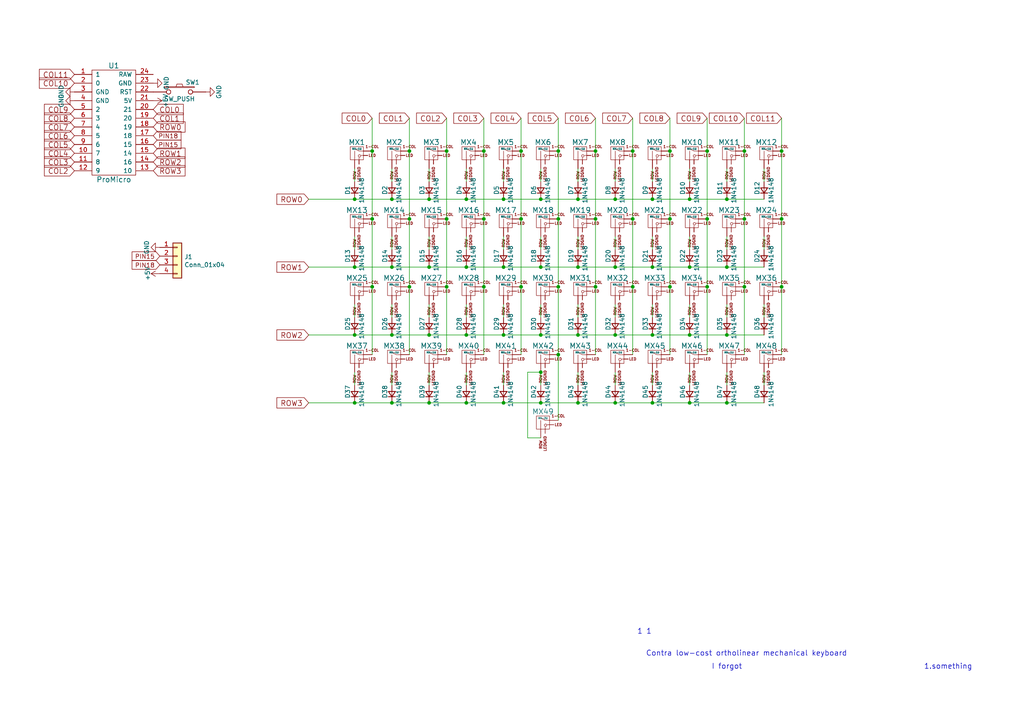
<source format=kicad_sch>
(kicad_sch (version 20230121) (generator eeschema)
  (paper "A4")
  (lib_symbols
    (symbol "Connector_Generic:Conn_01x04" (pin_names (offset 1.016) hide)
      (property "Reference" "J" (at 0 5.08 0))
      (property "Value" "Conn_01x04" (at 0 -7.62 0))
      (symbol "Conn_01x04_1_1"
        (pin passive line (at -5.08 2.54 0) (length 3.81) (name "Pin_1") (number "1"))
        (pin passive line (at -5.08 0 0) (length 3.81) (name "Pin_2") (number "2"))
        (pin passive line (at -5.08 -2.54 0) (length 3.81) (name "Pin_3") (number "3"))
        (pin passive line (at -5.08 -5.08 0) (length 3.81) (name "Pin_4") (number "4"))
      )
    )
    (symbol "Contra-rescue:MX-1U-MX_Alps_Hybrids" (pin_names (offset 1.016))
      (property "Reference" "MX" (at 0 3.175 0))
      (property "Value" "MX_Alps_Hybrids:MX-1U" (at 0 1.27 0))
      (symbol "MX-1U-MX_Alps_Hybrids_0_0"
        (text "1-COL" (at 4.445 1.905 0) (effects (font (size 0.762 0.762))))
        (text "LED" (at 4.445 -0.635 0) (effects (font (size 0.762 0.762))))
        (text "ROW" (at -0.635 -5.08 900) (effects (font (size 0.762 0.762)) (justify right)))
      )
      (symbol "MX-1U-MX_Alps_Hybrids_1_0"
        (text "LEDGND" (at 0.635 -3.81 900) (effects (font (size 0.762 0.762)) (justify right)))
      )
      (symbol "MX-1U-MX_Alps_Hybrids_1_1"
        (pin passive line (at 4.445 0.635 180) (length 2.54) (name "COL") (number "1"))
        (pin passive line (at -0.635 -4.445 90) (length 2.54) (name "ROW") (number "2"))
        (pin passive line (at 3.175 -0.635 180) (length 1.27) (name "LED") (number "3"))
        (pin passive line (at 0.635 -3.175 90) (length 1.27) (name "LEDGND") (number "4"))
      )
    )
    (symbol "Contra-rescue:MX-2U-MX_Alps_Hybrids" (pin_names (offset 1.016))
      (property "Reference" "MX" (at 0 3.175 0))
      (property "Value" "MX_Alps_Hybrids:MX-2U" (at 0 1.27 0))
      (symbol "MX-2U-MX_Alps_Hybrids_0_0"
        (text "1-COL" (at 4.445 1.905 0) (effects (font (size 0.762 0.762))))
        (text "LED" (at 4.445 -0.635 0) (effects (font (size 0.762 0.762))))
        (text "ROW" (at -0.635 -5.08 900) (effects (font (size 0.762 0.762)) (justify right)))
      )
      (symbol "MX-2U-MX_Alps_Hybrids_1_0"
        (text "LEDGND" (at 0.635 -3.81 900) (effects (font (size 0.762 0.762)) (justify right)))
      )
      (symbol "MX-2U-MX_Alps_Hybrids_1_1"
        (pin passive line (at 4.445 0.635 180) (length 2.54) (name "COL") (number "1"))
        (pin passive line (at -0.635 -4.445 90) (length 2.54) (name "ROW") (number "2"))
        (pin passive line (at 3.175 -0.635 180) (length 1.27) (name "LED") (number "3"))
        (pin passive line (at 0.635 -3.175 90) (length 1.27) (name "LEDGND") (number "4"))
      )
    )
    (symbol "Contra-rescue:SW_PUSH-keyboard_parts" (pin_numbers hide) (pin_names (offset 1.016) hide)
      (property "Reference" "SW" (at 3.81 2.794 0))
      (property "Value" "keyboard_parts:SW_PUSH" (at 0 -2.032 0))
      (symbol "SW_PUSH-keyboard_parts_0_1"
        (pin passive inverted (at -7.62 0 0) (length 5.08) (name "1") (number "1"))
        (pin passive inverted (at 7.62 0 180) (length 5.08) (name "2") (number "2"))
      )
    )
    (symbol "Device:D_Small" (pin_numbers hide) (pin_names (offset 0.254) hide)
      (property "Reference" "D" (at -1.27 2.032 0))
      (property "Value" "D_Small" (at -3.81 -2.032 0))
      (symbol "D_Small_1_1"
        (pin passive line (at -2.54 0 0) (length 1.778) (name "K") (number "1"))
        (pin passive line (at 2.54 0 180) (length 1.778) (name "A") (number "2"))
      )
    )
    (symbol "josh:ProMicro" (pin_names (offset 1.016))
      (property "Reference" "U" (at 0 26.67 0))
      (property "Value" "ProMicro" (at 0 -6.35 0))
      (symbol "ProMicro_1_1"
        (pin input line (at -11.43 24.13 0) (length 5.08) (name "1") (number "1"))
        (pin input line (at -11.43 1.27 0) (length 5.08) (name "7") (number "10"))
        (pin input line (at -11.43 -1.27 0) (length 5.08) (name "8") (number "11"))
        (pin input line (at -11.43 -3.81 0) (length 5.08) (name "9") (number "12"))
        (pin input line (at 11.43 -3.81 180) (length 5.08) (name "10") (number "13"))
        (pin input line (at 11.43 -1.27 180) (length 5.08) (name "16") (number "14"))
        (pin input line (at 11.43 1.27 180) (length 5.08) (name "14") (number "15"))
        (pin input line (at 11.43 3.81 180) (length 5.08) (name "15") (number "16"))
        (pin input line (at 11.43 6.35 180) (length 5.08) (name "18") (number "17"))
        (pin input line (at 11.43 8.89 180) (length 5.08) (name "19") (number "18"))
        (pin input line (at 11.43 11.43 180) (length 5.08) (name "20") (number "19"))
        (pin input line (at -11.43 21.59 0) (length 5.08) (name "0") (number "2"))
        (pin input line (at 11.43 13.97 180) (length 5.08) (name "21") (number "20"))
        (pin input line (at 11.43 16.51 180) (length 5.08) (name "5V") (number "21"))
        (pin input line (at 11.43 19.05 180) (length 5.08) (name "RST") (number "22"))
        (pin input line (at 11.43 21.59 180) (length 5.08) (name "GND") (number "23"))
        (pin input line (at 11.43 24.13 180) (length 5.08) (name "RAW") (number "24"))
        (pin input line (at -11.43 19.05 0) (length 5.08) (name "GND") (number "3"))
        (pin input line (at -11.43 16.51 0) (length 5.08) (name "GND") (number "4"))
        (pin input line (at -11.43 13.97 0) (length 5.08) (name "2") (number "5"))
        (pin input line (at -11.43 11.43 0) (length 5.08) (name "3") (number "6"))
        (pin input line (at -11.43 8.89 0) (length 5.08) (name "4") (number "7"))
        (pin input line (at -11.43 6.35 0) (length 5.08) (name "5") (number "8"))
        (pin input line (at -11.43 3.81 0) (length 5.08) (name "6") (number "9"))
      )
    )
    (symbol "power:+5V" (power) (pin_names (offset 0))
      (property "Value" "+5V" (at 0 3.556 0))
      (symbol "+5V_1_1"
        (pin power_in line (at 0 0 90) (length 0) hide (name "+5V") (number "1"))
      )
    )
    (symbol "power:GND" (power) (pin_names (offset 0))
      (property "Value" "GND" (at 0 -3.81 0))
      (symbol "GND_1_1"
        (pin power_in line (at 0 0 270) (length 0) hide (name "GND") (number "1"))
      )
    )
  )
  (junction (at 194.31 43.815))
  (junction (at 135.255 57.785))
  (junction (at 215.9 43.815))
  (junction (at 183.515 83.185))
  (junction (at 189.23 116.84))
  (junction (at 102.87 116.84))
  (junction (at 167.64 97.155))
  (junction (at 102.87 97.155))
  (junction (at 215.9 83.185))
  (junction (at 113.665 77.47))
  (junction (at 205.105 63.5))
  (junction (at 113.665 57.785))
  (junction (at 161.925 63.5))
  (junction (at 226.695 43.815))
  (junction (at 140.335 43.815))
  (junction (at 194.31 83.185))
  (junction (at 167.64 77.47))
  (junction (at 226.695 83.185))
  (junction (at 118.745 63.5))
  (junction (at 135.255 116.84))
  (junction (at 151.13 43.815))
  (junction (at 161.925 102.87))
  (junction (at 146.05 57.785))
  (junction (at 210.82 77.47))
  (junction (at 183.515 43.815))
  (junction (at 156.845 77.47))
  (junction (at 189.23 77.47))
  (junction (at 161.925 43.815))
  (junction (at 135.255 77.47))
  (junction (at 129.54 83.185))
  (junction (at 151.13 63.5))
  (junction (at 129.54 43.815))
  (junction (at 200.025 97.155))
  (junction (at 156.845 57.785))
  (junction (at 124.46 116.84))
  (junction (at 189.23 97.155))
  (junction (at 178.435 97.155))
  (junction (at 156.845 116.84))
  (junction (at 205.105 83.185))
  (junction (at 113.665 97.155))
  (junction (at 124.46 77.47))
  (junction (at 156.845 97.155))
  (junction (at 146.05 116.84))
  (junction (at 118.745 83.185))
  (junction (at 167.64 116.84))
  (junction (at 146.05 77.47))
  (junction (at 200.025 116.84))
  (junction (at 210.82 97.155))
  (junction (at 172.72 63.5))
  (junction (at 135.255 97.155))
  (junction (at 118.745 43.815))
  (junction (at 226.695 63.5))
  (junction (at 140.335 63.5))
  (junction (at 200.025 77.47))
  (junction (at 178.435 57.785))
  (junction (at 194.31 63.5))
  (junction (at 129.54 63.5))
  (junction (at 210.82 116.84))
  (junction (at 102.87 77.47))
  (junction (at 140.335 83.185))
  (junction (at 107.95 83.185))
  (junction (at 172.72 83.185))
  (junction (at 178.435 77.47))
  (junction (at 113.665 116.84))
  (junction (at 124.46 97.155))
  (junction (at 102.87 57.785))
  (junction (at 205.105 43.815))
  (junction (at 167.64 57.785))
  (junction (at 200.025 57.785))
  (junction (at 124.46 57.785))
  (junction (at 107.95 43.815))
  (junction (at 161.925 83.185))
  (junction (at 107.95 63.5))
  (junction (at 178.435 116.84))
  (junction (at 151.13 83.185))
  (junction (at 210.82 57.785))
  (junction (at 215.9 63.5))
  (junction (at 172.72 43.815))
  (junction (at 156.845 107.95))
  (junction (at 189.23 57.785))
  (junction (at 146.05 97.155))
  (junction (at 183.515 63.5))
  (wire (pts (xy 215.9 43.815) (xy 215.9 63.5)))
  (wire (pts (xy 89.535 116.84) (xy 102.87 116.84)))
  (wire (pts (xy 172.72 34.29) (xy 172.72 43.815)))
  (wire (pts (xy 210.82 97.155) (xy 221.615 97.155)))
  (wire (pts (xy 107.95 63.5) (xy 107.95 83.185)))
  (wire (pts (xy 194.31 83.185) (xy 194.31 102.87)))
  (wire (pts (xy 183.515 63.5) (xy 183.515 83.185)))
  (wire (pts (xy 113.665 68.58) (xy 113.665 72.39)))
  (wire (pts (xy 156.845 68.58) (xy 156.845 72.39)))
  (wire (pts (xy 151.13 83.185) (xy 151.13 102.87)))
  (wire (pts (xy 140.335 34.29) (xy 140.335 43.815)))
  (wire (pts (xy 124.46 88.265) (xy 124.46 92.075)))
  (wire (pts (xy 118.745 34.29) (xy 118.745 43.815)))
  (wire (pts (xy 200.025 57.785) (xy 210.82 57.785)))
  (wire (pts (xy 189.23 97.155) (xy 200.025 97.155)))
  (wire (pts (xy 221.615 48.895) (xy 221.615 52.705)))
  (wire (pts (xy 156.845 88.265) (xy 156.845 92.075)))
  (wire (pts (xy 226.695 63.5) (xy 226.695 83.185)))
  (wire (pts (xy 118.745 83.185) (xy 118.745 102.87)))
  (wire (pts (xy 113.665 97.155) (xy 124.46 97.155)))
  (wire (pts (xy 129.54 63.5) (xy 129.54 83.185)))
  (wire (pts (xy 129.54 83.185) (xy 129.54 102.87)))
  (wire (pts (xy 189.23 48.895) (xy 189.23 52.705)))
  (wire (pts (xy 210.82 57.785) (xy 221.615 57.785)))
  (wire (pts (xy 129.54 34.29) (xy 129.54 43.815)))
  (wire (pts (xy 167.64 107.95) (xy 167.64 111.76)))
  (wire (pts (xy 102.87 48.895) (xy 102.87 52.705)))
  (wire (pts (xy 178.435 48.895) (xy 178.435 52.705)))
  (wire (pts (xy 221.615 107.95) (xy 221.615 111.76)))
  (wire (pts (xy 113.665 107.95) (xy 113.665 111.76)))
  (wire (pts (xy 221.615 88.265) (xy 221.615 92.075)))
  (wire (pts (xy 189.23 57.785) (xy 200.025 57.785)))
  (wire (pts (xy 129.54 43.815) (xy 129.54 63.5)))
  (wire (pts (xy 151.13 43.815) (xy 151.13 63.5)))
  (wire (pts (xy 210.82 116.84) (xy 221.615 116.84)))
  (wire (pts (xy 156.845 77.47) (xy 167.64 77.47)))
  (wire (pts (xy 135.255 107.95) (xy 135.255 111.76)))
  (wire (pts (xy 118.745 63.5) (xy 118.745 83.185)))
  (wire (pts (xy 161.925 102.87) (xy 161.925 121.92)))
  (wire (pts (xy 146.05 48.895) (xy 146.05 52.705)))
  (wire (pts (xy 102.87 68.58) (xy 102.87 72.39)))
  (wire (pts (xy 146.05 68.58) (xy 146.05 72.39)))
  (wire (pts (xy 167.64 116.84) (xy 178.435 116.84)))
  (wire (pts (xy 205.105 63.5) (xy 205.105 83.185)))
  (wire (pts (xy 215.9 34.29) (xy 215.9 43.815)))
  (wire (pts (xy 124.46 97.155) (xy 135.255 97.155)))
  (wire (pts (xy 146.05 97.155) (xy 156.845 97.155)))
  (wire (pts (xy 161.925 63.5) (xy 161.925 83.185)))
  (wire (pts (xy 161.925 43.815) (xy 161.925 63.5)))
  (wire (pts (xy 135.255 88.265) (xy 135.255 92.075)))
  (wire (pts (xy 113.665 48.895) (xy 113.665 52.705)))
  (wire (pts (xy 146.05 116.84) (xy 156.845 116.84)))
  (wire (pts (xy 178.435 77.47) (xy 189.23 77.47)))
  (wire (pts (xy 210.82 68.58) (xy 210.82 72.39)))
  (wire (pts (xy 135.255 77.47) (xy 146.05 77.47)))
  (wire (pts (xy 151.13 63.5) (xy 151.13 83.185)))
  (wire (pts (xy 200.025 48.895) (xy 200.025 52.705)))
  (wire (pts (xy 135.255 116.84) (xy 146.05 116.84)))
  (wire (pts (xy 135.255 68.58) (xy 135.255 72.39)))
  (wire (pts (xy 102.87 107.95) (xy 102.87 111.76)))
  (wire (pts (xy 146.05 77.47) (xy 156.845 77.47)))
  (wire (pts (xy 102.87 57.785) (xy 113.665 57.785)))
  (wire (pts (xy 113.665 57.785) (xy 124.46 57.785)))
  (wire (pts (xy 167.64 77.47) (xy 178.435 77.47)))
  (wire (pts (xy 118.745 43.815) (xy 118.745 63.5)))
  (wire (pts (xy 221.615 68.58) (xy 221.615 72.39)))
  (wire (pts (xy 178.435 88.265) (xy 178.435 92.075)))
  (wire (pts (xy 156.845 48.895) (xy 156.845 52.705)))
  (wire (pts (xy 200.025 107.95) (xy 200.025 111.76)))
  (wire (pts (xy 194.31 43.815) (xy 194.31 63.5)))
  (wire (pts (xy 156.845 116.84) (xy 167.64 116.84)))
  (wire (pts (xy 210.82 77.47) (xy 221.615 77.47)))
  (wire (pts (xy 161.925 34.29) (xy 161.925 43.815)))
  (wire (pts (xy 156.845 97.155) (xy 167.64 97.155)))
  (wire (pts (xy 135.255 97.155) (xy 146.05 97.155)))
  (wire (pts (xy 113.665 77.47) (xy 124.46 77.47)))
  (wire (pts (xy 189.23 88.265) (xy 189.23 92.075)))
  (wire (pts (xy 205.105 83.185) (xy 205.105 102.87)))
  (wire (pts (xy 200.025 116.84) (xy 210.82 116.84)))
  (wire (pts (xy 156.845 57.785) (xy 167.64 57.785)))
  (wire (pts (xy 113.665 88.265) (xy 113.665 92.075)))
  (wire (pts (xy 124.46 57.785) (xy 135.255 57.785)))
  (wire (pts (xy 167.64 97.155) (xy 178.435 97.155)))
  (wire (pts (xy 107.95 34.29) (xy 107.95 43.815)))
  (wire (pts (xy 107.95 83.185) (xy 107.95 102.87)))
  (wire (pts (xy 146.05 57.785) (xy 156.845 57.785)))
  (wire (pts (xy 200.025 77.47) (xy 210.82 77.47)))
  (wire (pts (xy 210.82 107.95) (xy 210.82 111.76)))
  (wire (pts (xy 215.9 63.5) (xy 215.9 83.185)))
  (wire (pts (xy 124.46 48.895) (xy 124.46 52.705)))
  (wire (pts (xy 172.72 43.815) (xy 172.72 63.5)))
  (wire (pts (xy 167.64 68.58) (xy 167.64 72.39)))
  (wire (pts (xy 189.23 116.84) (xy 200.025 116.84)))
  (wire (pts (xy 200.025 88.265) (xy 200.025 92.075)))
  (wire (pts (xy 153.035 127) (xy 156.845 127)))
  (wire (pts (xy 167.64 57.785) (xy 178.435 57.785)))
  (wire (pts (xy 194.31 63.5) (xy 194.31 83.185)))
  (wire (pts (xy 156.845 107.95) (xy 156.845 111.76)))
  (wire (pts (xy 178.435 57.785) (xy 189.23 57.785)))
  (wire (pts (xy 178.435 97.155) (xy 189.23 97.155)))
  (wire (pts (xy 200.025 97.155) (xy 210.82 97.155)))
  (wire (pts (xy 135.255 57.785) (xy 146.05 57.785)))
  (wire (pts (xy 167.64 48.895) (xy 167.64 52.705)))
  (wire (pts (xy 172.72 63.5) (xy 172.72 83.185)))
  (wire (pts (xy 167.64 88.265) (xy 167.64 92.075)))
  (wire (pts (xy 189.23 107.95) (xy 189.23 111.76)))
  (wire (pts (xy 146.05 88.265) (xy 146.05 92.075)))
  (wire (pts (xy 124.46 68.58) (xy 124.46 72.39)))
  (wire (pts (xy 124.46 77.47) (xy 135.255 77.47)))
  (wire (pts (xy 89.535 57.785) (xy 102.87 57.785)))
  (wire (pts (xy 172.72 83.185) (xy 172.72 102.87)))
  (wire (pts (xy 178.435 68.58) (xy 178.435 72.39)))
  (wire (pts (xy 102.87 77.47) (xy 113.665 77.47)))
  (wire (pts (xy 210.82 48.895) (xy 210.82 52.705)))
  (wire (pts (xy 183.515 43.815) (xy 183.515 63.5)))
  (wire (pts (xy 178.435 107.95) (xy 178.435 111.76)))
  (wire (pts (xy 107.95 43.815) (xy 107.95 63.5)))
  (wire (pts (xy 140.335 43.815) (xy 140.335 63.5)))
  (wire (pts (xy 205.105 34.29) (xy 205.105 43.815)))
  (wire (pts (xy 89.535 77.47) (xy 102.87 77.47)))
  (wire (pts (xy 135.255 48.895) (xy 135.255 52.705)))
  (wire (pts (xy 178.435 116.84) (xy 189.23 116.84)))
  (wire (pts (xy 124.46 116.84) (xy 135.255 116.84)))
  (wire (pts (xy 102.87 88.265) (xy 102.87 92.075)))
  (wire (pts (xy 161.925 83.185) (xy 161.925 102.87)))
  (wire (pts (xy 153.035 107.95) (xy 153.035 127)))
  (wire (pts (xy 183.515 34.29) (xy 183.515 43.815)))
  (wire (pts (xy 151.13 34.29) (xy 151.13 43.815)))
  (wire (pts (xy 226.695 43.815) (xy 226.695 63.5)))
  (wire (pts (xy 210.82 88.265) (xy 210.82 92.075)))
  (wire (pts (xy 189.23 68.58) (xy 189.23 72.39)))
  (wire (pts (xy 146.05 107.95) (xy 146.05 111.76)))
  (wire (pts (xy 194.31 34.29) (xy 194.31 43.815)))
  (wire (pts (xy 102.87 116.84) (xy 113.665 116.84)))
  (wire (pts (xy 140.335 83.185) (xy 140.335 102.87)))
  (wire (pts (xy 89.535 97.155) (xy 102.87 97.155)))
  (wire (pts (xy 102.87 97.155) (xy 113.665 97.155)))
  (wire (pts (xy 156.845 107.95) (xy 153.035 107.95)))
  (wire (pts (xy 113.665 116.84) (xy 124.46 116.84)))
  (wire (pts (xy 226.695 34.29) (xy 226.695 43.815)))
  (wire (pts (xy 189.23 77.47) (xy 200.025 77.47)))
  (wire (pts (xy 200.025 68.58) (xy 200.025 72.39)))
  (wire (pts (xy 140.335 63.5) (xy 140.335 83.185)))
  (wire (pts (xy 226.695 83.185) (xy 226.695 102.87)))
  (wire (pts (xy 183.515 83.185) (xy 183.515 102.87)))
  (wire (pts (xy 124.46 107.95) (xy 124.46 111.76)))
  (wire (pts (xy 205.105 43.815) (xy 205.105 63.5)))
  (wire (pts (xy 215.9 83.185) (xy 215.9 102.87)))
  (text "Contra low-cost ortholinear mechanical keyboard\n" (at 187.325 190.5 0) (effects (font (size 1.524 1.524)) (justify left bottom)))
  (text "1 1\n" (at 184.785 184.15 0) (effects (font (size 1.524 1.524)) (justify left bottom)))
  (text "1.something\n" (at 267.97 194.31 0) (effects (font (size 1.524 1.524)) (justify left bottom)))
  (text "I forgot" (at 206.375 194.31 0) (effects (font (size 1.524 1.524)) (justify left bottom)))
  (global_label "ROW2" (shape input) (at 89.535 97.155 180) (effects (font (size 1.524 1.524))) (property "Intersheetrefs" "${INTERSHEET_REFS}" (effects hide)))
  (global_label "COL9" (shape input) (at 205.105 34.29 180) (effects (font (size 1.524 1.524))) (property "Intersheetrefs" "${INTERSHEET_REFS}" (effects hide)))
  (global_label "COL1" (shape input) (at 44.45 34.29 0) (effects (font (size 1.524 1.524))) (property "Intersheetrefs" "${INTERSHEET_REFS}" (effects hide)))
  (global_label "ROW0" (shape input) (at 44.45 36.83 0) (effects (font (size 1.524 1.524))) (property "Intersheetrefs" "${INTERSHEET_REFS}" (effects hide)))
  (global_label "COL8" (shape input) (at 194.31 34.29 180) (effects (font (size 1.524 1.524))) (property "Intersheetrefs" "${INTERSHEET_REFS}" (effects hide)))
  (global_label "COL5" (shape input) (at 21.59 41.91 180) (effects (font (size 1.524 1.524))) (property "Intersheetrefs" "${INTERSHEET_REFS}" (effects hide)))
  (global_label "ROW3" (shape input) (at 44.45 49.53 0) (effects (font (size 1.524 1.524))) (property "Intersheetrefs" "${INTERSHEET_REFS}" (effects hide)))
  (global_label "COL3" (shape input) (at 140.335 34.29 180) (effects (font (size 1.524 1.524))) (property "Intersheetrefs" "${INTERSHEET_REFS}" (effects hide)))
  (global_label "ROW1" (shape input) (at 44.45 44.45 0) (effects (font (size 1.524 1.524))) (property "Intersheetrefs" "${INTERSHEET_REFS}" (effects hide)))
  (global_label "COL6" (shape input) (at 21.59 39.37 180) (effects (font (size 1.524 1.524))) (property "Intersheetrefs" "${INTERSHEET_REFS}" (effects hide)))
  (global_label "COL3" (shape input) (at 21.59 46.99 180) (effects (font (size 1.524 1.524))) (property "Intersheetrefs" "${INTERSHEET_REFS}" (effects hide)))
  (global_label "COL4" (shape input) (at 21.59 44.45 180) (effects (font (size 1.524 1.524))) (property "Intersheetrefs" "${INTERSHEET_REFS}" (effects hide)))
  (global_label "ROW3" (shape input) (at 89.535 116.84 180) (effects (font (size 1.524 1.524))) (property "Intersheetrefs" "${INTERSHEET_REFS}" (effects hide)))
  (global_label "COL0" (shape input) (at 44.45 31.75 0) (effects (font (size 1.524 1.524))) (property "Intersheetrefs" "${INTERSHEET_REFS}" (effects hide)))
  (global_label "COL9" (shape input) (at 21.59 31.75 180) (effects (font (size 1.524 1.524))) (property "Intersheetrefs" "${INTERSHEET_REFS}" (effects hide)))
  (global_label "COL11" (shape input) (at 21.59 21.59 180) (effects (font (size 1.524 1.524))) (property "Intersheetrefs" "${INTERSHEET_REFS}" (effects hide)))
  (global_label "PIN18" (shape input) (at 46.355 76.835 180) (property "Intersheetrefs" "${INTERSHEET_REFS}" (effects hide)))
  (global_label "PIN18" (shape input) (at 44.45 39.37 0) (property "Intersheetrefs" "${INTERSHEET_REFS}" (effects hide)))
  (global_label "ROW2" (shape input) (at 44.45 46.99 0) (effects (font (size 1.524 1.524))) (property "Intersheetrefs" "${INTERSHEET_REFS}" (effects hide)))
  (global_label "COL7" (shape input) (at 183.515 34.29 180) (effects (font (size 1.524 1.524))) (property "Intersheetrefs" "${INTERSHEET_REFS}" (effects hide)))
  (global_label "COL6" (shape input) (at 172.72 34.29 180) (effects (font (size 1.524 1.524))) (property "Intersheetrefs" "${INTERSHEET_REFS}" (effects hide)))
  (global_label "ROW0" (shape input) (at 89.535 57.785 180) (effects (font (size 1.524 1.524))) (property "Intersheetrefs" "${INTERSHEET_REFS}" (effects hide)))
  (global_label "PIN15" (shape input) (at 46.355 74.295 180) (property "Intersheetrefs" "${INTERSHEET_REFS}" (effects hide)))
  (global_label "COL2" (shape input) (at 129.54 34.29 180) (effects (font (size 1.524 1.524))) (property "Intersheetrefs" "${INTERSHEET_REFS}" (effects hide)))
  (global_label "COL1" (shape input) (at 118.745 34.29 180) (effects (font (size 1.524 1.524))) (property "Intersheetrefs" "${INTERSHEET_REFS}" (effects hide)))
  (global_label "COL11" (shape input) (at 226.695 34.29 180) (effects (font (size 1.524 1.524))) (property "Intersheetrefs" "${INTERSHEET_REFS}" (effects hide)))
  (global_label "ROW1" (shape input) (at 89.535 77.47 180) (effects (font (size 1.524 1.524))) (property "Intersheetrefs" "${INTERSHEET_REFS}" (effects hide)))
  (global_label "COL2" (shape input) (at 21.59 49.53 180) (effects (font (size 1.524 1.524))) (property "Intersheetrefs" "${INTERSHEET_REFS}" (effects hide)))
  (global_label "COL5" (shape input) (at 161.925 34.29 180) (effects (font (size 1.524 1.524))) (property "Intersheetrefs" "${INTERSHEET_REFS}" (effects hide)))
  (global_label "PIN15" (shape input) (at 44.45 41.91 0) (property "Intersheetrefs" "${INTERSHEET_REFS}" (effects hide)))
  (global_label "COL10" (shape input) (at 215.9 34.29 180) (effects (font (size 1.524 1.524))) (property "Intersheetrefs" "${INTERSHEET_REFS}" (effects hide)))
  (global_label "COL4" (shape input) (at 151.13 34.29 180) (effects (font (size 1.524 1.524))) (property "Intersheetrefs" "${INTERSHEET_REFS}" (effects hide)))
  (global_label "COL7" (shape input) (at 21.59 36.83 180) (effects (font (size 1.524 1.524))) (property "Intersheetrefs" "${INTERSHEET_REFS}" (effects hide)))
  (global_label "COL0" (shape input) (at 107.95 34.29 180) (effects (font (size 1.524 1.524))) (property "Intersheetrefs" "${INTERSHEET_REFS}" (effects hide)))
  (global_label "COL10" (shape input) (at 21.59 24.13 180) (effects (font (size 1.524 1.524))) (property "Intersheetrefs" "${INTERSHEET_REFS}" (effects hide)))
  (global_label "COL8" (shape input) (at 21.59 34.29 180) (effects (font (size 1.524 1.524))) (property "Intersheetrefs" "${INTERSHEET_REFS}" (effects hide)))
  (symbol (lib_id "josh:ProMicro") (at 33.02 45.72 0) (unit 1)
    (property "Reference" "U1" (at 33.02 19.05 0) (effects (font (size 1.524 1.524))))
    (property "Value" "ProMicro" (at 33.02 52.07 0) (effects (font (size 1.524 1.524))))
    (property "Footprint" "locallib:pro_micro" (effects hide))
  )
  (symbol (lib_id "Contra-rescue:MX-1U-MX_Alps_Hybrids") (at 103.505 44.45 0) (unit 1)
    (property "Reference" "MX1" (at 103.505 41.275 0) (effects (font (size 1.524 1.524))))
    (property "Value" "MX-1U" (at 103.505 43.18 0) (effects (font (size 0.508 0.508))))
    (property "Footprint" "MX_Alps_Hybrid:MX-1U-NoLED" (effects hide))
  )
  (symbol (lib_id "Device:D_Small") (at 102.87 55.245 90) (unit 1)
    (property "Reference" "D1" (at 100.838 56.515 0) (effects (justify left)))
    (property "Value" "1N4148" (at 104.902 59.055 0) (effects (justify left)))
    (property "Footprint" "locallib:D_DO-35_SOD27_P7.62mm_Horizontal-DoubleSided" (effects hide))
  )
  (symbol (lib_id "Contra-rescue:MX-1U-MX_Alps_Hybrids") (at 114.3 44.45 0) (unit 1)
    (property "Reference" "MX2" (at 114.3 41.275 0) (effects (font (size 1.524 1.524))))
    (property "Value" "MX-1U" (at 114.3 43.18 0) (effects (font (size 0.508 0.508))))
    (property "Footprint" "MX_Alps_Hybrid:MX-1U-NoLED" (effects hide))
  )
  (symbol (lib_id "Device:D_Small") (at 113.665 55.245 90) (unit 1)
    (property "Reference" "D2" (at 111.633 56.515 0) (effects (justify left)))
    (property "Value" "1N4148" (at 115.697 59.055 0) (effects (justify left)))
    (property "Footprint" "locallib:D_DO-35_SOD27_P7.62mm_Horizontal-DoubleSided" (effects hide))
  )
  (symbol (lib_id "Contra-rescue:MX-1U-MX_Alps_Hybrids") (at 125.095 44.45 0) (unit 1)
    (property "Reference" "MX3" (at 125.095 41.275 0) (effects (font (size 1.524 1.524))))
    (property "Value" "MX-1U" (at 125.095 43.18 0) (effects (font (size 0.508 0.508))))
    (property "Footprint" "MX_Alps_Hybrid:MX-1U-NoLED" (effects hide))
  )
  (symbol (lib_id "Device:D_Small") (at 124.46 55.245 90) (unit 1)
    (property "Reference" "D3" (at 122.428 56.515 0) (effects (justify left)))
    (property "Value" "1N4148" (at 126.492 59.055 0) (effects (justify left)))
    (property "Footprint" "locallib:D_DO-35_SOD27_P7.62mm_Horizontal-DoubleSided" (effects hide))
  )
  (symbol (lib_id "Contra-rescue:MX-1U-MX_Alps_Hybrids") (at 135.89 44.45 0) (unit 1)
    (property "Reference" "MX4" (at 135.89 41.275 0) (effects (font (size 1.524 1.524))))
    (property "Value" "MX-1U" (at 135.89 43.18 0) (effects (font (size 0.508 0.508))))
    (property "Footprint" "MX_Alps_Hybrid:MX-1U-NoLED" (effects hide))
  )
  (symbol (lib_id "Device:D_Small") (at 135.255 55.245 90) (unit 1)
    (property "Reference" "D4" (at 133.223 56.515 0) (effects (justify left)))
    (property "Value" "1N4148" (at 137.287 59.055 0) (effects (justify left)))
    (property "Footprint" "locallib:D_DO-35_SOD27_P7.62mm_Horizontal-DoubleSided" (effects hide))
  )
  (symbol (lib_id "Contra-rescue:MX-1U-MX_Alps_Hybrids") (at 146.685 44.45 0) (unit 1)
    (property "Reference" "MX5" (at 146.685 41.275 0) (effects (font (size 1.524 1.524))))
    (property "Value" "MX-1U" (at 146.685 43.18 0) (effects (font (size 0.508 0.508))))
    (property "Footprint" "MX_Alps_Hybrid:MX-1U-NoLED" (effects hide))
  )
  (symbol (lib_id "Device:D_Small") (at 146.05 55.245 90) (unit 1)
    (property "Reference" "D5" (at 144.018 56.515 0) (effects (justify left)))
    (property "Value" "1N4148" (at 148.082 59.055 0) (effects (justify left)))
    (property "Footprint" "locallib:D_DO-35_SOD27_P7.62mm_Horizontal-DoubleSided" (effects hide))
  )
  (symbol (lib_id "Contra-rescue:MX-1U-MX_Alps_Hybrids") (at 157.48 44.45 0) (unit 1)
    (property "Reference" "MX6" (at 157.48 41.275 0) (effects (font (size 1.524 1.524))))
    (property "Value" "MX-1U" (at 157.48 43.18 0) (effects (font (size 0.508 0.508))))
    (property "Footprint" "MX_Alps_Hybrid:MX-1U-NoLED" (effects hide))
  )
  (symbol (lib_id "Device:D_Small") (at 156.845 55.245 90) (unit 1)
    (property "Reference" "D6" (at 154.813 56.515 0) (effects (justify left)))
    (property "Value" "1N4148" (at 158.877 59.055 0) (effects (justify left)))
    (property "Footprint" "locallib:D_DO-35_SOD27_P7.62mm_Horizontal-DoubleSided" (effects hide))
  )
  (symbol (lib_id "Contra-rescue:MX-1U-MX_Alps_Hybrids") (at 168.275 44.45 0) (unit 1)
    (property "Reference" "MX7" (at 168.275 41.275 0) (effects (font (size 1.524 1.524))))
    (property "Value" "MX-1U" (at 168.275 43.18 0) (effects (font (size 0.508 0.508))))
    (property "Footprint" "MX_Alps_Hybrid:MX-1U-NoLED" (effects hide))
  )
  (symbol (lib_id "Device:D_Small") (at 167.64 55.245 90) (unit 1)
    (property "Reference" "D7" (at 165.608 56.515 0) (effects (justify left)))
    (property "Value" "1N4148" (at 169.672 59.055 0) (effects (justify left)))
    (property "Footprint" "locallib:D_DO-35_SOD27_P7.62mm_Horizontal-DoubleSided" (effects hide))
  )
  (symbol (lib_id "Contra-rescue:MX-1U-MX_Alps_Hybrids") (at 179.07 44.45 0) (unit 1)
    (property "Reference" "MX8" (at 179.07 41.275 0) (effects (font (size 1.524 1.524))))
    (property "Value" "MX-1U" (at 179.07 43.18 0) (effects (font (size 0.508 0.508))))
    (property "Footprint" "MX_Alps_Hybrid:MX-1U-NoLED" (effects hide))
  )
  (symbol (lib_id "Device:D_Small") (at 178.435 55.245 90) (unit 1)
    (property "Reference" "D8" (at 176.403 56.515 0) (effects (justify left)))
    (property "Value" "1N4148" (at 180.467 59.055 0) (effects (justify left)))
    (property "Footprint" "locallib:D_DO-35_SOD27_P7.62mm_Horizontal-DoubleSided" (effects hide))
  )
  (symbol (lib_id "Contra-rescue:MX-1U-MX_Alps_Hybrids") (at 189.865 44.45 0) (unit 1)
    (property "Reference" "MX9" (at 189.865 41.275 0) (effects (font (size 1.524 1.524))))
    (property "Value" "MX-1U" (at 189.865 43.18 0) (effects (font (size 0.508 0.508))))
    (property "Footprint" "MX_Alps_Hybrid:MX-1U-NoLED" (effects hide))
  )
  (symbol (lib_id "Device:D_Small") (at 189.23 55.245 90) (unit 1)
    (property "Reference" "D9" (at 187.198 56.515 0) (effects (justify left)))
    (property "Value" "1N4148" (at 191.262 59.055 0) (effects (justify left)))
    (property "Footprint" "locallib:D_DO-35_SOD27_P7.62mm_Horizontal-DoubleSided" (effects hide))
  )
  (symbol (lib_id "Contra-rescue:MX-1U-MX_Alps_Hybrids") (at 200.66 44.45 0) (unit 1)
    (property "Reference" "MX10" (at 200.66 41.275 0) (effects (font (size 1.524 1.524))))
    (property "Value" "MX-1U" (at 200.66 43.18 0) (effects (font (size 0.508 0.508))))
    (property "Footprint" "MX_Alps_Hybrid:MX-1U-NoLED" (effects hide))
  )
  (symbol (lib_id "Device:D_Small") (at 200.025 55.245 90) (unit 1)
    (property "Reference" "D10" (at 197.993 56.515 0) (effects (justify left)))
    (property "Value" "1N4148" (at 202.057 59.055 0) (effects (justify left)))
    (property "Footprint" "locallib:D_DO-35_SOD27_P7.62mm_Horizontal-DoubleSided" (effects hide))
  )
  (symbol (lib_id "Contra-rescue:MX-1U-MX_Alps_Hybrids") (at 211.455 44.45 0) (unit 1)
    (property "Reference" "MX11" (at 211.455 41.275 0) (effects (font (size 1.524 1.524))))
    (property "Value" "MX-1U" (at 211.455 43.18 0) (effects (font (size 0.508 0.508))))
    (property "Footprint" "MX_Alps_Hybrid:MX-1U-NoLED" (effects hide))
  )
  (symbol (lib_id "Device:D_Small") (at 210.82 55.245 90) (unit 1)
    (property "Reference" "D11" (at 208.788 56.515 0) (effects (justify left)))
    (property "Value" "1N4148" (at 212.852 59.055 0) (effects (justify left)))
    (property "Footprint" "locallib:D_DO-35_SOD27_P7.62mm_Horizontal-DoubleSided" (effects hide))
  )
  (symbol (lib_id "Contra-rescue:MX-1U-MX_Alps_Hybrids") (at 222.25 44.45 0) (unit 1)
    (property "Reference" "MX12" (at 222.25 41.275 0) (effects (font (size 1.524 1.524))))
    (property "Value" "MX-1U" (at 222.25 43.18 0) (effects (font (size 0.508 0.508))))
    (property "Footprint" "MX_Alps_Hybrid:MX-1U-NoLED" (effects hide))
  )
  (symbol (lib_id "Device:D_Small") (at 221.615 55.245 90) (unit 1)
    (property "Reference" "D12" (at 219.583 56.515 0) (effects (justify left)))
    (property "Value" "1N4148" (at 223.647 59.055 0) (effects (justify left)))
    (property "Footprint" "locallib:D_DO-35_SOD27_P7.62mm_Horizontal-DoubleSided" (effects hide))
  )
  (symbol (lib_id "Contra-rescue:MX-1U-MX_Alps_Hybrids") (at 103.505 64.135 0) (unit 1)
    (property "Reference" "MX13" (at 103.505 60.96 0) (effects (font (size 1.524 1.524))))
    (property "Value" "MX-1U" (at 103.505 62.865 0) (effects (font (size 0.508 0.508))))
    (property "Footprint" "MX_Alps_Hybrid:MX-1U-NoLED" (effects hide))
  )
  (symbol (lib_id "Device:D_Small") (at 102.87 74.93 90) (unit 1)
    (property "Reference" "D13" (at 100.838 76.2 0) (effects (justify left)))
    (property "Value" "1N4148" (at 104.902 78.74 0) (effects (justify left)))
    (property "Footprint" "locallib:D_DO-35_SOD27_P7.62mm_Horizontal-DoubleSided" (effects hide))
  )
  (symbol (lib_id "Contra-rescue:MX-1U-MX_Alps_Hybrids") (at 114.3 64.135 0) (unit 1)
    (property "Reference" "MX14" (at 114.3 60.96 0) (effects (font (size 1.524 1.524))))
    (property "Value" "MX-1U" (at 114.3 62.865 0) (effects (font (size 0.508 0.508))))
    (property "Footprint" "MX_Alps_Hybrid:MX-1U-NoLED" (effects hide))
  )
  (symbol (lib_id "Device:D_Small") (at 113.665 74.93 90) (unit 1)
    (property "Reference" "D14" (at 111.633 76.2 0) (effects (justify left)))
    (property "Value" "1N4148" (at 115.697 78.74 0) (effects (justify left)))
    (property "Footprint" "locallib:D_DO-35_SOD27_P7.62mm_Horizontal-DoubleSided" (effects hide))
  )
  (symbol (lib_id "Contra-rescue:MX-1U-MX_Alps_Hybrids") (at 125.095 64.135 0) (unit 1)
    (property "Reference" "MX15" (at 125.095 60.96 0) (effects (font (size 1.524 1.524))))
    (property "Value" "MX-1U" (at 125.095 62.865 0) (effects (font (size 0.508 0.508))))
    (property "Footprint" "MX_Alps_Hybrid:MX-1U-NoLED" (effects hide))
  )
  (symbol (lib_id "Device:D_Small") (at 124.46 74.93 90) (unit 1)
    (property "Reference" "D15" (at 122.428 76.2 0) (effects (justify left)))
    (property "Value" "1N4148" (at 126.492 78.74 0) (effects (justify left)))
    (property "Footprint" "locallib:D_DO-35_SOD27_P7.62mm_Horizontal-DoubleSided" (effects hide))
  )
  (symbol (lib_id "Contra-rescue:MX-1U-MX_Alps_Hybrids") (at 135.89 64.135 0) (unit 1)
    (property "Reference" "MX16" (at 135.89 60.96 0) (effects (font (size 1.524 1.524))))
    (property "Value" "MX-1U" (at 135.89 62.865 0) (effects (font (size 0.508 0.508))))
    (property "Footprint" "MX_Alps_Hybrid:MX-1U-NoLED" (effects hide))
  )
  (symbol (lib_id "Device:D_Small") (at 135.255 74.93 90) (unit 1)
    (property "Reference" "D16" (at 133.223 76.2 0) (effects (justify left)))
    (property "Value" "1N4148" (at 137.287 78.74 0) (effects (justify left)))
    (property "Footprint" "locallib:D_DO-35_SOD27_P7.62mm_Horizontal-DoubleSided" (effects hide))
  )
  (symbol (lib_id "Contra-rescue:MX-1U-MX_Alps_Hybrids") (at 146.685 64.135 0) (unit 1)
    (property "Reference" "MX17" (at 146.685 60.96 0) (effects (font (size 1.524 1.524))))
    (property "Value" "MX-1U" (at 146.685 62.865 0) (effects (font (size 0.508 0.508))))
    (property "Footprint" "MX_Alps_Hybrid:MX-1U-NoLED" (effects hide))
  )
  (symbol (lib_id "Device:D_Small") (at 146.05 74.93 90) (unit 1)
    (property "Reference" "D17" (at 144.018 76.2 0) (effects (justify left)))
    (property "Value" "1N4148" (at 148.082 78.74 0) (effects (justify left)))
    (property "Footprint" "locallib:D_DO-35_SOD27_P7.62mm_Horizontal-DoubleSided" (effects hide))
  )
  (symbol (lib_id "Contra-rescue:MX-1U-MX_Alps_Hybrids") (at 157.48 64.135 0) (unit 1)
    (property "Reference" "MX18" (at 157.48 60.96 0) (effects (font (size 1.524 1.524))))
    (property "Value" "MX-1U" (at 157.48 62.865 0) (effects (font (size 0.508 0.508))))
    (property "Footprint" "MX_Alps_Hybrid:MX-1U-NoLED" (effects hide))
  )
  (symbol (lib_id "Device:D_Small") (at 156.845 74.93 90) (unit 1)
    (property "Reference" "D18" (at 154.813 76.2 0) (effects (justify left)))
    (property "Value" "1N4148" (at 158.877 78.74 0) (effects (justify left)))
    (property "Footprint" "locallib:D_DO-35_SOD27_P7.62mm_Horizontal-DoubleSided" (effects hide))
  )
  (symbol (lib_id "Contra-rescue:MX-1U-MX_Alps_Hybrids") (at 168.275 64.135 0) (unit 1)
    (property "Reference" "MX19" (at 168.275 60.96 0) (effects (font (size 1.524 1.524))))
    (property "Value" "MX-1U" (at 168.275 62.865 0) (effects (font (size 0.508 0.508))))
    (property "Footprint" "MX_Alps_Hybrid:MX-1U-NoLED" (effects hide))
  )
  (symbol (lib_id "Device:D_Small") (at 167.64 74.93 90) (unit 1)
    (property "Reference" "D19" (at 165.608 76.2 0) (effects (justify left)))
    (property "Value" "1N4148" (at 169.672 78.74 0) (effects (justify left)))
    (property "Footprint" "locallib:D_DO-35_SOD27_P7.62mm_Horizontal-DoubleSided" (effects hide))
  )
  (symbol (lib_id "Contra-rescue:MX-1U-MX_Alps_Hybrids") (at 179.07 64.135 0) (unit 1)
    (property "Reference" "MX20" (at 179.07 60.96 0) (effects (font (size 1.524 1.524))))
    (property "Value" "MX-1U" (at 179.07 62.865 0) (effects (font (size 0.508 0.508))))
    (property "Footprint" "MX_Alps_Hybrid:MX-1U-NoLED" (effects hide))
  )
  (symbol (lib_id "Device:D_Small") (at 178.435 74.93 90) (unit 1)
    (property "Reference" "D20" (at 176.403 76.2 0) (effects (justify left)))
    (property "Value" "1N4148" (at 180.467 78.74 0) (effects (justify left)))
    (property "Footprint" "locallib:D_DO-35_SOD27_P7.62mm_Horizontal-DoubleSided" (effects hide))
  )
  (symbol (lib_id "Contra-rescue:MX-1U-MX_Alps_Hybrids") (at 189.865 64.135 0) (unit 1)
    (property "Reference" "MX21" (at 189.865 60.96 0) (effects (font (size 1.524 1.524))))
    (property "Value" "MX-1U" (at 189.865 62.865 0) (effects (font (size 0.508 0.508))))
    (property "Footprint" "MX_Alps_Hybrid:MX-1U-NoLED" (effects hide))
  )
  (symbol (lib_id "Device:D_Small") (at 189.23 74.93 90) (unit 1)
    (property "Reference" "D21" (at 187.198 76.2 0) (effects (justify left)))
    (property "Value" "1N4148" (at 191.262 78.74 0) (effects (justify left)))
    (property "Footprint" "locallib:D_DO-35_SOD27_P7.62mm_Horizontal-DoubleSided" (effects hide))
  )
  (symbol (lib_id "Contra-rescue:MX-1U-MX_Alps_Hybrids") (at 200.66 64.135 0) (unit 1)
    (property "Reference" "MX22" (at 200.66 60.96 0) (effects (font (size 1.524 1.524))))
    (property "Value" "MX-1U" (at 200.66 62.865 0) (effects (font (size 0.508 0.508))))
    (property "Footprint" "MX_Alps_Hybrid:MX-1U-NoLED" (effects hide))
  )
  (symbol (lib_id "Device:D_Small") (at 200.025 74.93 90) (unit 1)
    (property "Reference" "D22" (at 197.993 76.2 0) (effects (justify left)))
    (property "Value" "1N4148" (at 202.057 78.74 0) (effects (justify left)))
    (property "Footprint" "locallib:D_DO-35_SOD27_P7.62mm_Horizontal-DoubleSided" (effects hide))
  )
  (symbol (lib_id "Contra-rescue:MX-1U-MX_Alps_Hybrids") (at 211.455 64.135 0) (unit 1)
    (property "Reference" "MX23" (at 211.455 60.96 0) (effects (font (size 1.524 1.524))))
    (property "Value" "MX-1U" (at 211.455 62.865 0) (effects (font (size 0.508 0.508))))
    (property "Footprint" "MX_Alps_Hybrid:MX-1U-NoLED" (effects hide))
  )
  (symbol (lib_id "Device:D_Small") (at 210.82 74.93 90) (unit 1)
    (property "Reference" "D23" (at 208.788 76.2 0) (effects (justify left)))
    (property "Value" "1N4148" (at 212.852 78.74 0) (effects (justify left)))
    (property "Footprint" "locallib:D_DO-35_SOD27_P7.62mm_Horizontal-DoubleSided" (effects hide))
  )
  (symbol (lib_id "Contra-rescue:MX-1U-MX_Alps_Hybrids") (at 222.25 64.135 0) (unit 1)
    (property "Reference" "MX24" (at 222.25 60.96 0) (effects (font (size 1.524 1.524))))
    (property "Value" "MX-1U" (at 222.25 62.865 0) (effects (font (size 0.508 0.508))))
    (property "Footprint" "MX_Alps_Hybrid:MX-1U-NoLED" (effects hide))
  )
  (symbol (lib_id "Device:D_Small") (at 221.615 74.93 90) (unit 1)
    (property "Reference" "D24" (at 219.583 76.2 0) (effects (justify left)))
    (property "Value" "1N4148" (at 223.647 78.74 0) (effects (justify left)))
    (property "Footprint" "locallib:D_DO-35_SOD27_P7.62mm_Horizontal-DoubleSided" (effects hide))
  )
  (symbol (lib_id "Contra-rescue:MX-1U-MX_Alps_Hybrids") (at 103.505 83.82 0) (unit 1)
    (property "Reference" "MX25" (at 103.505 80.645 0) (effects (font (size 1.524 1.524))))
    (property "Value" "MX-1U" (at 103.505 82.55 0) (effects (font (size 0.508 0.508))))
    (property "Footprint" "MX_Alps_Hybrid:MX-1U-NoLED" (effects hide))
  )
  (symbol (lib_id "Device:D_Small") (at 102.87 94.615 90) (unit 1)
    (property "Reference" "D25" (at 100.838 95.885 0) (effects (justify left)))
    (property "Value" "1N4148" (at 104.902 98.425 0) (effects (justify left)))
    (property "Footprint" "locallib:D_DO-35_SOD27_P7.62mm_Horizontal-DoubleSided" (effects hide))
  )
  (symbol (lib_id "Contra-rescue:MX-1U-MX_Alps_Hybrids") (at 114.3 83.82 0) (unit 1)
    (property "Reference" "MX26" (at 114.3 80.645 0) (effects (font (size 1.524 1.524))))
    (property "Value" "MX-1U" (at 114.3 82.55 0) (effects (font (size 0.508 0.508))))
    (property "Footprint" "MX_Alps_Hybrid:MX-1U-NoLED" (effects hide))
  )
  (symbol (lib_id "Device:D_Small") (at 113.665 94.615 90) (unit 1)
    (property "Reference" "D26" (at 111.633 95.885 0) (effects (justify left)))
    (property "Value" "1N4148" (at 115.697 98.425 0) (effects (justify left)))
    (property "Footprint" "locallib:D_DO-35_SOD27_P7.62mm_Horizontal-DoubleSided" (effects hide))
  )
  (symbol (lib_id "Contra-rescue:MX-1U-MX_Alps_Hybrids") (at 125.095 83.82 0) (unit 1)
    (property "Reference" "MX27" (at 125.095 80.645 0) (effects (font (size 1.524 1.524))))
    (property "Value" "MX-1U" (at 125.095 82.55 0) (effects (font (size 0.508 0.508))))
    (property "Footprint" "MX_Alps_Hybrid:MX-1U-NoLED" (effects hide))
  )
  (symbol (lib_id "Device:D_Small") (at 124.46 94.615 90) (unit 1)
    (property "Reference" "D27" (at 122.428 95.885 0) (effects (justify left)))
    (property "Value" "1N4148" (at 126.492 98.425 0) (effects (justify left)))
    (property "Footprint" "locallib:D_DO-35_SOD27_P7.62mm_Horizontal-DoubleSided" (effects hide))
  )
  (symbol (lib_id "Contra-rescue:MX-1U-MX_Alps_Hybrids") (at 135.89 83.82 0) (unit 1)
    (property "Reference" "MX28" (at 135.89 80.645 0) (effects (font (size 1.524 1.524))))
    (property "Value" "MX-1U" (at 135.89 82.55 0) (effects (font (size 0.508 0.508))))
    (property "Footprint" "MX_Alps_Hybrid:MX-1U-NoLED" (effects hide))
  )
  (symbol (lib_id "Device:D_Small") (at 135.255 94.615 90) (unit 1)
    (property "Reference" "D28" (at 133.223 95.885 0) (effects (justify left)))
    (property "Value" "1N4148" (at 137.287 98.425 0) (effects (justify left)))
    (property "Footprint" "locallib:D_DO-35_SOD27_P7.62mm_Horizontal-DoubleSided" (effects hide))
  )
  (symbol (lib_id "Contra-rescue:MX-1U-MX_Alps_Hybrids") (at 146.685 83.82 0) (unit 1)
    (property "Reference" "MX29" (at 146.685 80.645 0) (effects (font (size 1.524 1.524))))
    (property "Value" "MX-1U" (at 146.685 82.55 0) (effects (font (size 0.508 0.508))))
    (property "Footprint" "MX_Alps_Hybrid:MX-1U-NoLED" (effects hide))
  )
  (symbol (lib_id "Device:D_Small") (at 146.05 94.615 90) (unit 1)
    (property "Reference" "D29" (at 144.018 95.885 0) (effects (justify left)))
    (property "Value" "1N4148" (at 148.082 98.425 0) (effects (justify left)))
    (property "Footprint" "locallib:D_DO-35_SOD27_P7.62mm_Horizontal-DoubleSided" (effects hide))
  )
  (symbol (lib_id "Contra-rescue:MX-1U-MX_Alps_Hybrids") (at 157.48 83.82 0) (unit 1)
    (property "Reference" "MX30" (at 157.48 80.645 0) (effects (font (size 1.524 1.524))))
    (property "Value" "MX-1U" (at 157.48 82.55 0) (effects (font (size 0.508 0.508))))
    (property "Footprint" "MX_Alps_Hybrid:MX-1U-NoLED" (effects hide))
  )
  (symbol (lib_id "Device:D_Small") (at 156.845 94.615 90) (unit 1)
    (property "Reference" "D30" (at 154.813 95.885 0) (effects (justify left)))
    (property "Value" "1N4148" (at 158.877 98.425 0) (effects (justify left)))
    (property "Footprint" "locallib:D_DO-35_SOD27_P7.62mm_Horizontal-DoubleSided" (effects hide))
  )
  (symbol (lib_id "Contra-rescue:MX-1U-MX_Alps_Hybrids") (at 168.275 83.82 0) (unit 1)
    (property "Reference" "MX31" (at 168.275 80.645 0) (effects (font (size 1.524 1.524))))
    (property "Value" "MX-1U" (at 168.275 82.55 0) (effects (font (size 0.508 0.508))))
    (property "Footprint" "MX_Alps_Hybrid:MX-1U-NoLED" (effects hide))
  )
  (symbol (lib_id "Device:D_Small") (at 167.64 94.615 90) (unit 1)
    (property "Reference" "D31" (at 165.608 95.885 0) (effects (justify left)))
    (property "Value" "1N4148" (at 169.672 98.425 0) (effects (justify left)))
    (property "Footprint" "locallib:D_DO-35_SOD27_P7.62mm_Horizontal-DoubleSided" (effects hide))
  )
  (symbol (lib_id "Contra-rescue:MX-1U-MX_Alps_Hybrids") (at 179.07 83.82 0) (unit 1)
    (property "Reference" "MX32" (at 179.07 80.645 0) (effects (font (size 1.524 1.524))))
    (property "Value" "MX-1U" (at 179.07 82.55 0) (effects (font (size 0.508 0.508))))
    (property "Footprint" "MX_Alps_Hybrid:MX-1U-NoLED" (effects hide))
  )
  (symbol (lib_id "Device:D_Small") (at 178.435 94.615 90) (unit 1)
    (property "Reference" "D32" (at 176.403 95.885 0) (effects (justify left)))
    (property "Value" "1N4148" (at 180.467 98.425 0) (effects (justify left)))
    (property "Footprint" "locallib:D_DO-35_SOD27_P7.62mm_Horizontal-DoubleSided" (effects hide))
  )
  (symbol (lib_id "Contra-rescue:MX-1U-MX_Alps_Hybrids") (at 189.865 83.82 0) (unit 1)
    (property "Reference" "MX33" (at 189.865 80.645 0) (effects (font (size 1.524 1.524))))
    (property "Value" "MX-1U" (at 189.865 82.55 0) (effects (font (size 0.508 0.508))))
    (property "Footprint" "MX_Alps_Hybrid:MX-1U-NoLED" (effects hide))
  )
  (symbol (lib_id "Device:D_Small") (at 189.23 94.615 90) (unit 1)
    (property "Reference" "D33" (at 187.198 95.885 0) (effects (justify left)))
    (property "Value" "1N4148" (at 191.262 98.425 0) (effects (justify left)))
    (property "Footprint" "locallib:D_DO-35_SOD27_P7.62mm_Horizontal-DoubleSided" (effects hide))
  )
  (symbol (lib_id "Contra-rescue:MX-1U-MX_Alps_Hybrids") (at 200.66 83.82 0) (unit 1)
    (property "Reference" "MX34" (at 200.66 80.645 0) (effects (font (size 1.524 1.524))))
    (property "Value" "MX-1U" (at 200.66 82.55 0) (effects (font (size 0.508 0.508))))
    (property "Footprint" "MX_Alps_Hybrid:MX-1U-NoLED" (effects hide))
  )
  (symbol (lib_id "Device:D_Small") (at 200.025 94.615 90) (unit 1)
    (property "Reference" "D34" (at 197.993 95.885 0) (effects (justify left)))
    (property "Value" "1N4148" (at 202.057 98.425 0) (effects (justify left)))
    (property "Footprint" "locallib:D_DO-35_SOD27_P7.62mm_Horizontal-DoubleSided" (effects hide))
  )
  (symbol (lib_id "Contra-rescue:MX-1U-MX_Alps_Hybrids") (at 211.455 83.82 0) (unit 1)
    (property "Reference" "MX35" (at 211.455 80.645 0) (effects (font (size 1.524 1.524))))
    (property "Value" "MX-1U" (at 211.455 82.55 0) (effects (font (size 0.508 0.508))))
    (property "Footprint" "MX_Alps_Hybrid:MX-1U-NoLED" (effects hide))
  )
  (symbol (lib_id "Device:D_Small") (at 210.82 94.615 90) (unit 1)
    (property "Reference" "D35" (at 208.788 95.885 0) (effects (justify left)))
    (property "Value" "1N4148" (at 212.852 98.425 0) (effects (justify left)))
    (property "Footprint" "locallib:D_DO-35_SOD27_P7.62mm_Horizontal-DoubleSided" (effects hide))
  )
  (symbol (lib_id "Contra-rescue:MX-1U-MX_Alps_Hybrids") (at 222.25 83.82 0) (unit 1)
    (property "Reference" "MX36" (at 222.25 80.645 0) (effects (font (size 1.524 1.524))))
    (property "Value" "MX-1U" (at 222.25 82.55 0) (effects (font (size 0.508 0.508))))
    (property "Footprint" "MX_Alps_Hybrid:MX-1U-NoLED" (effects hide))
  )
  (symbol (lib_id "Device:D_Small") (at 221.615 94.615 90) (unit 1)
    (property "Reference" "D36" (at 219.583 95.885 0) (effects (justify left)))
    (property "Value" "1N4148" (at 223.647 98.425 0) (effects (justify left)))
    (property "Footprint" "locallib:D_DO-35_SOD27_P7.62mm_Horizontal-DoubleSided" (effects hide))
  )
  (symbol (lib_id "Contra-rescue:MX-1U-MX_Alps_Hybrids") (at 103.505 103.505 0) (unit 1)
    (property "Reference" "MX37" (at 103.505 100.33 0) (effects (font (size 1.524 1.524))))
    (property "Value" "MX-1U" (at 103.505 102.235 0) (effects (font (size 0.508 0.508))))
    (property "Footprint" "MX_Alps_Hybrid:MX-1U-NoLED" (effects hide))
  )
  (symbol (lib_id "Device:D_Small") (at 102.87 114.3 90) (unit 1)
    (property "Reference" "D37" (at 100.838 115.57 0) (effects (justify left)))
    (property "Value" "1N4148" (at 104.902 118.11 0) (effects (justify left)))
    (property "Footprint" "locallib:D_DO-35_SOD27_P7.62mm_Horizontal-DoubleSided" (effects hide))
  )
  (symbol (lib_id "Contra-rescue:MX-1U-MX_Alps_Hybrids") (at 114.3 103.505 0) (unit 1)
    (property "Reference" "MX38" (at 114.3 100.33 0) (effects (font (size 1.524 1.524))))
    (property "Value" "MX-1U" (at 114.3 102.235 0) (effects (font (size 0.508 0.508))))
    (property "Footprint" "MX_Alps_Hybrid:MX-1U-NoLED" (effects hide))
  )
  (symbol (lib_id "Device:D_Small") (at 113.665 114.3 90) (unit 1)
    (property "Reference" "D38" (at 111.633 115.57 0) (effects (justify left)))
    (property "Value" "1N4148" (at 115.697 118.11 0) (effects (justify left)))
    (property "Footprint" "locallib:D_DO-35_SOD27_P7.62mm_Horizontal-DoubleSided" (effects hide))
  )
  (symbol (lib_id "Contra-rescue:MX-1U-MX_Alps_Hybrids") (at 125.095 103.505 0) (unit 1)
    (property "Reference" "MX39" (at 125.095 100.33 0) (effects (font (size 1.524 1.524))))
    (property "Value" "MX-1U" (at 125.095 102.235 0) (effects (font (size 0.508 0.508))))
    (property "Footprint" "MX_Alps_Hybrid:MX-1U-NoLED" (effects hide))
  )
  (symbol (lib_id "Device:D_Small") (at 124.46 114.3 90) (unit 1)
    (property "Reference" "D39" (at 122.428 115.57 0) (effects (justify left)))
    (property "Value" "1N4148" (at 126.492 118.11 0) (effects (justify left)))
    (property "Footprint" "locallib:D_DO-35_SOD27_P7.62mm_Horizontal-DoubleSided" (effects hide))
  )
  (symbol (lib_id "Contra-rescue:MX-1U-MX_Alps_Hybrids") (at 135.89 103.505 0) (unit 1)
    (property "Reference" "MX40" (at 135.89 100.33 0) (effects (font (size 1.524 1.524))))
    (property "Value" "MX-1U" (at 135.89 102.235 0) (effects (font (size 0.508 0.508))))
    (property "Footprint" "MX_Alps_Hybrid:MX-1U-NoLED" (effects hide))
  )
  (symbol (lib_id "Device:D_Small") (at 135.255 114.3 90) (unit 1)
    (property "Reference" "D40" (at 133.223 115.57 0) (effects (justify left)))
    (property "Value" "1N4148" (at 137.287 118.11 0) (effects (justify left)))
    (property "Footprint" "locallib:D_DO-35_SOD27_P7.62mm_Horizontal-DoubleSided" (effects hide))
  )
  (symbol (lib_id "Contra-rescue:MX-1U-MX_Alps_Hybrids") (at 146.685 103.505 0) (unit 1)
    (property "Reference" "MX41" (at 146.685 100.33 0) (effects (font (size 1.524 1.524))))
    (property "Value" "MX-1U" (at 146.685 102.235 0) (effects (font (size 0.508 0.508))))
    (property "Footprint" "MX_Alps_Hybrid:MX-1U-NoLED" (effects hide))
  )
  (symbol (lib_id "Device:D_Small") (at 146.05 114.3 90) (unit 1)
    (property "Reference" "D41" (at 144.018 115.57 0) (effects (justify left)))
    (property "Value" "1N4148" (at 148.082 118.11 0) (effects (justify left)))
    (property "Footprint" "locallib:D_DO-35_SOD27_P7.62mm_Horizontal-DoubleSided" (effects hide))
  )
  (symbol (lib_id "Contra-rescue:MX-1U-MX_Alps_Hybrids") (at 157.48 103.505 0) (unit 1)
    (property "Reference" "MX42" (at 157.48 100.33 0) (effects (font (size 1.524 1.524))))
    (property "Value" "MX-1U" (at 157.48 102.235 0) (effects (font (size 0.508 0.508))))
    (property "Footprint" "MX_Alps_Hybrid:MX-1U-NoLED" (effects hide))
  )
  (symbol (lib_id "Device:D_Small") (at 156.845 114.3 90) (unit 1)
    (property "Reference" "D42" (at 154.813 115.57 0) (effects (justify left)))
    (property "Value" "1N4148" (at 158.877 118.11 0) (effects (justify left)))
    (property "Footprint" "locallib:D_DO-35_SOD27_P7.62mm_Horizontal-DoubleSided" (effects hide))
  )
  (symbol (lib_id "Contra-rescue:MX-1U-MX_Alps_Hybrids") (at 168.275 103.505 0) (unit 1)
    (property "Reference" "MX43" (at 168.275 100.33 0) (effects (font (size 1.524 1.524))))
    (property "Value" "MX-1U" (at 168.275 102.235 0) (effects (font (size 0.508 0.508))))
    (property "Footprint" "MX_Alps_Hybrid:MX-1U-NoLED" (effects hide))
  )
  (symbol (lib_id "Device:D_Small") (at 167.64 114.3 90) (unit 1)
    (property "Reference" "D43" (at 165.608 115.57 0) (effects (justify left)))
    (property "Value" "1N4148" (at 169.672 118.11 0) (effects (justify left)))
    (property "Footprint" "locallib:D_DO-35_SOD27_P7.62mm_Horizontal-DoubleSided" (effects hide))
  )
  (symbol (lib_id "Contra-rescue:MX-1U-MX_Alps_Hybrids") (at 179.07 103.505 0) (unit 1)
    (property "Reference" "MX44" (at 179.07 100.33 0) (effects (font (size 1.524 1.524))))
    (property "Value" "MX-1U" (at 179.07 102.235 0) (effects (font (size 0.508 0.508))))
    (property "Footprint" "MX_Alps_Hybrid:MX-1U-NoLED" (effects hide))
  )
  (symbol (lib_id "Device:D_Small") (at 178.435 114.3 90) (unit 1)
    (property "Reference" "D44" (at 176.403 115.57 0) (effects (justify left)))
    (property "Value" "1N4148" (at 180.467 118.11 0) (effects (justify left)))
    (property "Footprint" "locallib:D_DO-35_SOD27_P7.62mm_Horizontal-DoubleSided" (effects hide))
  )
  (symbol (lib_id "Contra-rescue:MX-1U-MX_Alps_Hybrids") (at 189.865 103.505 0) (unit 1)
    (property "Reference" "MX45" (at 189.865 100.33 0) (effects (font (size 1.524 1.524))))
    (property "Value" "MX-1U" (at 189.865 102.235 0) (effects (font (size 0.508 0.508))))
    (property "Footprint" "MX_Alps_Hybrid:MX-1U-NoLED" (effects hide))
  )
  (symbol (lib_id "Device:D_Small") (at 189.23 114.3 90) (unit 1)
    (property "Reference" "D45" (at 187.198 115.57 0) (effects (justify left)))
    (property "Value" "1N4148" (at 191.262 118.11 0) (effects (justify left)))
    (property "Footprint" "locallib:D_DO-35_SOD27_P7.62mm_Horizontal-DoubleSided" (effects hide))
  )
  (symbol (lib_id "Contra-rescue:MX-1U-MX_Alps_Hybrids") (at 200.66 103.505 0) (unit 1)
    (property "Reference" "MX46" (at 200.66 100.33 0) (effects (font (size 1.524 1.524))))
    (property "Value" "MX-1U" (at 200.66 102.235 0) (effects (font (size 0.508 0.508))))
    (property "Footprint" "MX_Alps_Hybrid:MX-1U-NoLED" (effects hide))
  )
  (symbol (lib_id "Device:D_Small") (at 200.025 114.3 90) (unit 1)
    (property "Reference" "D46" (at 197.993 115.57 0) (effects (justify left)))
    (property "Value" "1N4148" (at 202.057 118.11 0) (effects (justify left)))
    (property "Footprint" "locallib:D_DO-35_SOD27_P7.62mm_Horizontal-DoubleSided" (effects hide))
  )
  (symbol (lib_id "Contra-rescue:MX-1U-MX_Alps_Hybrids") (at 211.455 103.505 0) (unit 1)
    (property "Reference" "MX47" (at 211.455 100.33 0) (effects (font (size 1.524 1.524))))
    (property "Value" "MX-1U" (at 211.455 102.235 0) (effects (font (size 0.508 0.508))))
    (property "Footprint" "MX_Alps_Hybrid:MX-1U-NoLED" (effects hide))
  )
  (symbol (lib_id "Device:D_Small") (at 210.82 114.3 90) (unit 1)
    (property "Reference" "D47" (at 208.788 115.57 0) (effects (justify left)))
    (property "Value" "1N4148" (at 212.852 118.11 0) (effects (justify left)))
    (property "Footprint" "locallib:D_DO-35_SOD27_P7.62mm_Horizontal-DoubleSided" (effects hide))
  )
  (symbol (lib_id "Contra-rescue:MX-1U-MX_Alps_Hybrids") (at 222.25 103.505 0) (unit 1)
    (property "Reference" "MX48" (at 222.25 100.33 0) (effects (font (size 1.524 1.524))))
    (property "Value" "MX-1U" (at 222.25 102.235 0) (effects (font (size 0.508 0.508))))
    (property "Footprint" "MX_Alps_Hybrid:MX-1U-NoLED" (effects hide))
  )
  (symbol (lib_id "Device:D_Small") (at 221.615 114.3 90) (unit 1)
    (property "Reference" "D48" (at 219.583 115.57 0) (effects (justify left)))
    (property "Value" "1N4148" (at 223.647 118.11 0) (effects (justify left)))
    (property "Footprint" "locallib:D_DO-35_SOD27_P7.62mm_Horizontal-DoubleSided" (effects hide))
  )
  (symbol (lib_id "Contra-rescue:MX-2U-MX_Alps_Hybrids") (at 157.48 122.555 0) (unit 1)
    (property "Reference" "MX49" (at 157.48 119.38 0) (effects (font (size 1.524 1.524))))
    (property "Value" "MX-2U" (at 157.48 121.285 0) (effects (font (size 0.508 0.508))))
    (property "Footprint" "MX_Alps_Hybrid:MX-2U-ReversedStabilizers-NoLED" (effects hide))
  )
  (symbol (lib_id "power:GND") (at 21.59 26.67 270) (unit 1)
    (property "Reference" "#PWR01" (effects hide))
    (property "Value" "GND" (at 17.78 26.67 0))
  )
  (symbol (lib_id "power:GND") (at 21.59 29.21 270) (unit 1)
    (property "Reference" "#PWR02" (effects hide))
    (property "Value" "GND" (at 17.78 29.21 0))
  )
  (symbol (lib_id "power:GND") (at 44.45 24.13 90) (unit 1)
    (property "Reference" "#PWR03" (effects hide))
    (property "Value" "GND" (at 48.26 24.13 0))
  )
  (symbol (lib_id "Contra-rescue:SW_PUSH-keyboard_parts") (at 52.07 26.67 0) (unit 1)
    (property "Reference" "SW1" (at 55.88 23.876 0))
    (property "Value" "SW_PUSH" (at 52.07 28.702 0))
    (property "Footprint" "Molex-0548190589:PushButton_6x6mm_TH_Pretty" (effects hide))
  )
  (symbol (lib_id "power:GND") (at 59.69 26.67 90) (unit 1)
    (property "Reference" "#PWR04" (effects hide))
    (property "Value" "GND" (at 63.5 26.67 0))
  )
  (symbol (lib_id "power:+5V") (at 44.45 29.21 270) (unit 1)
    (property "Reference" "#PWR05" (effects hide))
    (property "Value" "+5V" (at 48.006 29.21 0))
  )
  (symbol (lib_id "power:+5V") (at 46.355 79.375 90) (unit 1)
    (property "Reference" "#PWR06" (effects hide))
    (property "Value" "+5V" (at 42.799 79.375 0))
  )
  (symbol (lib_id "power:GND") (at 46.355 71.755 270) (unit 1)
    (property "Reference" "#PWR07" (effects hide))
    (property "Value" "GND" (at 42.545 71.755 0))
  )
  (symbol (lib_id "Connector_Generic:Conn_01x04") (at 51.435 74.295 0) (unit 1)
    (property "Reference" "J1" (at 53.467 74.4982 0) (effects (justify left)))
    (property "Value" "Conn_01x04" (at 53.467 76.8096 0) (effects (justify left)))
    (property "Footprint" "Pin_Headers:Pin_Header_Straight_1x04_Pitch2.54mm" (effects hide))
  )
)
</source>
